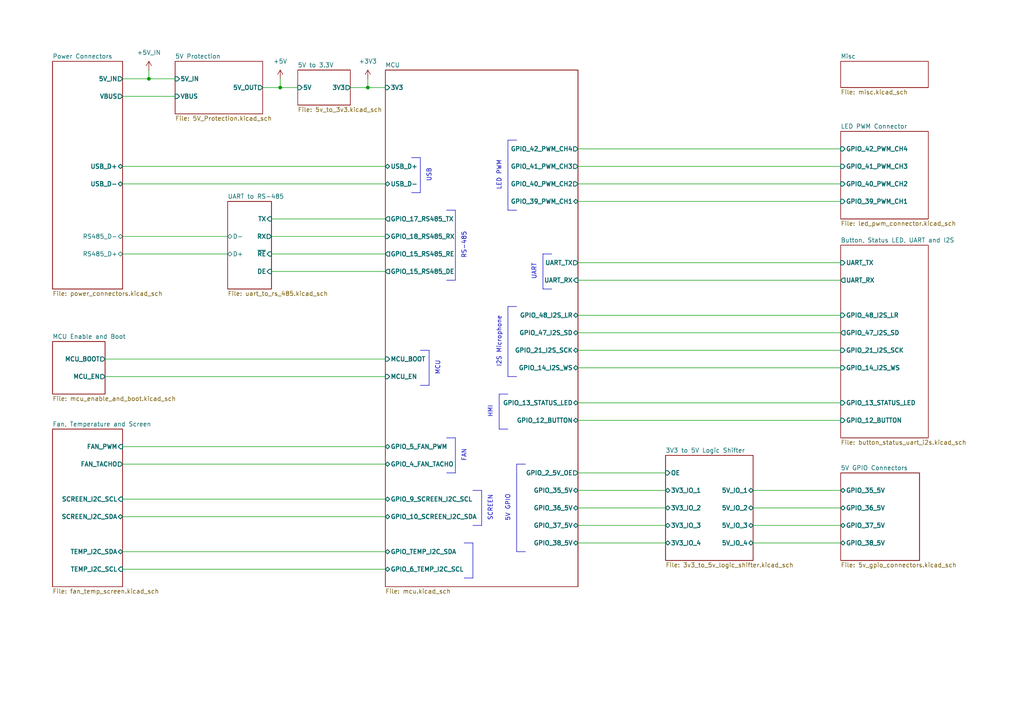
<source format=kicad_sch>
(kicad_sch (version 20231120) (generator "eeschema") (generator_version "8.0")
  (paper "A4")
  (lib_symbols
    (symbol "LiveAstra:+5V_IN" (power) (pin_numbers hide) (pin_names (offset 0) hide)
      (property "Value" "+5V_IN" (at 0 3.556 0))
      (symbol "+5V_IN_0_1"
        (polyline (pts (xy -0.762 1.27) (xy 0 2.54)))
        (polyline (pts (xy 0 0) (xy 0 2.54)))
        (polyline (pts (xy 0 2.54) (xy 0.762 1.27)))
      )
      (symbol "+5V_IN_1_1"
        (pin power_in line (at 0 0 90) (length 0) (name "~") (number "1"))
      )
    )
    (symbol "power:+3V3" (power) (pin_numbers hide) (pin_names (offset 0) hide)
      (property "Value" "+3V3" (at 0 3.556 0))
      (symbol "+3V3_0_1"
        (polyline (pts (xy -0.762 1.27) (xy 0 2.54)))
        (polyline (pts (xy 0 0) (xy 0 2.54)))
        (polyline (pts (xy 0 2.54) (xy 0.762 1.27)))
      )
      (symbol "+3V3_1_1"
        (pin power_in line (at 0 0 90) (length 0) (name "~") (number "1"))
      )
    )
    (symbol "power:+5V" (power) (pin_numbers hide) (pin_names (offset 0) hide)
      (property "Value" "+5V" (at 0 3.556 0))
      (symbol "+5V_0_1"
        (polyline (pts (xy -0.762 1.27) (xy 0 2.54)))
        (polyline (pts (xy 0 0) (xy 0 2.54)))
        (polyline (pts (xy 0 2.54) (xy 0.762 1.27)))
      )
      (symbol "+5V_1_1"
        (pin power_in line (at 0 0 90) (length 0) (name "~") (number "1"))
      )
    )
  )
  (junction (at 106.68 25.4))
  (junction (at 81.28 25.4))
  (junction (at 43.18 22.86))
  (wire (pts (xy 78.74 63.5) (xy 111.76 63.5)))
  (wire (pts (xy 167.64 101.6) (xy 243.84 101.6)))
  (wire (pts (xy 167.64 43.18) (xy 243.84 43.18)))
  (wire (pts (xy 35.56 53.34) (xy 111.76 53.34)))
  (wire (pts (xy 35.56 22.86) (xy 43.18 22.86)))
  (wire (pts (xy 35.56 149.86) (xy 111.76 149.86)))
  (wire (pts (xy 167.64 157.48) (xy 193.04 157.48)))
  (polyline (pts (xy 134.62 167.64) (xy 137.16 167.64)))
  (polyline (pts (xy 132.08 127) (xy 132.08 137.16)))
  (wire (pts (xy 218.44 152.4) (xy 243.84 152.4)))
  (polyline (pts (xy 137.16 142.24) (xy 139.7 142.24)))
  (wire (pts (xy 167.64 152.4) (xy 193.04 152.4)))
  (polyline (pts (xy 121.92 111.76) (xy 124.46 111.76)))
  (wire (pts (xy 78.74 68.58) (xy 111.76 68.58)))
  (polyline (pts (xy 124.46 101.6) (xy 124.46 111.76)))
  (polyline (pts (xy 129.54 60.96) (xy 132.08 60.96)))
  (wire (pts (xy 35.56 27.94) (xy 50.8 27.94)))
  (polyline (pts (xy 147.32 60.96) (xy 149.86 60.96)))
  (polyline (pts (xy 129.54 81.28) (xy 132.08 81.28)))
  (wire (pts (xy 35.56 48.26) (xy 111.76 48.26)))
  (polyline (pts (xy 121.92 45.72) (xy 121.92 55.88)))
  (wire (pts (xy 167.64 58.42) (xy 243.84 58.42)))
  (polyline (pts (xy 147.32 40.64) (xy 149.86 40.64)))
  (polyline (pts (xy 144.78 124.46) (xy 147.32 124.46)))
  (wire (pts (xy 35.56 165.1) (xy 111.76 165.1)))
  (polyline (pts (xy 132.08 60.96) (xy 132.08 81.28)))
  (wire (pts (xy 167.64 53.34) (xy 243.84 53.34)))
  (wire (pts (xy 167.64 48.26) (xy 243.84 48.26)))
  (wire (pts (xy 167.64 81.28) (xy 243.84 81.28)))
  (polyline (pts (xy 137.16 157.48) (xy 137.16 167.64)))
  (wire (pts (xy 78.74 73.66) (xy 111.76 73.66)))
  (polyline (pts (xy 121.92 101.6) (xy 124.46 101.6)))
  (polyline (pts (xy 144.78 114.3) (xy 144.78 124.46)))
  (polyline (pts (xy 157.48 73.66) (xy 157.48 73.66)))
  (wire (pts (xy 43.18 20.32) (xy 43.18 22.86)))
  (wire (pts (xy 30.48 109.22) (xy 111.76 109.22)))
  (wire (pts (xy 35.56 129.54) (xy 111.76 129.54)))
  (polyline (pts (xy 139.7 142.24) (xy 139.7 152.4)))
  (polyline (pts (xy 149.86 134.62) (xy 149.86 160.02)))
  (wire (pts (xy 218.44 142.24) (xy 243.84 142.24)))
  (polyline (pts (xy 134.62 157.48) (xy 137.16 157.48)))
  (polyline (pts (xy 157.48 83.82) (xy 160.02 83.82)))
  (wire (pts (xy 81.28 22.86) (xy 81.28 25.4)))
  (wire (pts (xy 35.56 160.02) (xy 111.76 160.02)))
  (wire (pts (xy 101.6 25.4) (xy 106.68 25.4)))
  (polyline (pts (xy 119.38 45.72) (xy 121.92 45.72)))
  (polyline (pts (xy 144.78 114.3) (xy 147.32 114.3)))
  (wire (pts (xy 218.44 157.48) (xy 243.84 157.48)))
  (wire (pts (xy 30.48 104.14) (xy 111.76 104.14)))
  (wire (pts (xy 43.18 22.86) (xy 50.8 22.86)))
  (wire (pts (xy 167.64 137.16) (xy 193.04 137.16)))
  (polyline (pts (xy 119.38 55.88) (xy 121.92 55.88)))
  (wire (pts (xy 167.64 76.2) (xy 243.84 76.2)))
  (wire (pts (xy 81.28 25.4) (xy 86.36 25.4)))
  (wire (pts (xy 35.56 144.78) (xy 111.76 144.78)))
  (wire (pts (xy 35.56 68.58) (xy 66.04 68.58)))
  (polyline (pts (xy 147.32 40.64) (xy 147.32 60.96)))
  (wire (pts (xy 35.56 73.66) (xy 66.04 73.66)))
  (wire (pts (xy 167.64 106.68) (xy 243.84 106.68)))
  (wire (pts (xy 167.64 96.52) (xy 243.84 96.52)))
  (wire (pts (xy 35.56 134.62) (xy 111.76 134.62)))
  (polyline (pts (xy 137.16 152.4) (xy 139.7 152.4)))
  (wire (pts (xy 167.64 121.92) (xy 243.84 121.92)))
  (wire (pts (xy 167.64 116.84) (xy 243.84 116.84)))
  (polyline (pts (xy 129.54 137.16) (xy 132.08 137.16)))
  (wire (pts (xy 218.44 147.32) (xy 243.84 147.32)))
  (polyline (pts (xy 129.54 127) (xy 132.08 127)))
  (polyline (pts (xy 147.32 109.22) (xy 149.86 109.22)))
  (polyline (pts (xy 147.32 88.9) (xy 147.32 109.22)))
  (wire (pts (xy 78.74 78.74) (xy 111.76 78.74)))
  (wire (pts (xy 106.68 25.4) (xy 111.76 25.4)))
  (wire (pts (xy 106.68 22.86) (xy 106.68 25.4)))
  (wire (pts (xy 167.64 91.44) (xy 243.84 91.44)))
  (polyline (pts (xy 149.86 134.62) (xy 152.4 134.62)))
  (polyline (pts (xy 147.32 88.9) (xy 149.86 88.9)))
  (polyline (pts (xy 157.48 73.66) (xy 157.48 83.82)))
  (polyline (pts (xy 149.86 160.02) (xy 152.4 160.02)))
  (wire (pts (xy 167.64 142.24) (xy 193.04 142.24)))
  (wire (pts (xy 167.64 147.32) (xy 193.04 147.32)))
  (polyline (pts (xy 157.48 73.66) (xy 160.02 73.66)))
  (wire (pts (xy 76.2 25.4) (xy 81.28 25.4)))
  (text "USB" (at 124.46 50.8 90) (effects (font (size 1.27 1.27))))
  (text "FAN" (at 134.62 132.08 90) (effects (font (size 1.27 1.27))))
  (text "LED PWM" (at 144.78 50.8 90) (effects (font (size 1.27 1.27))))
  (text "MCU" (at 127 106.68 90) (effects (font (size 1.27 1.27))))
  (text "I2S Microphone" (at 144.78 99.06 90) (effects (font (size 1.27 1.27))))
  (text "5V GPIO" (at 147.32 147.32 90) (effects (font (size 1.27 1.27))))
  (text "RS-485" (at 134.62 71.12 90) (effects (font (size 1.27 1.27))))
  (text "UART" (at 154.94 78.74 90) (effects (font (size 1.27 1.27))))
  (text "SCREEN" (at 142.24 147.32 90) (effects (font (size 1.27 1.27))))
  (text "HMI" (at 142.24 119.38 90) (effects (font (size 1.27 1.27))))
  (symbol (lib_id "LiveAstra:+5V_IN") (at 43.18 20.32 0) (unit 1)
    (property "Reference" "#PWR01" (effects (hide yes)))
    (property "Value" "+5V_IN" (at 43.18 15.24 0))
    (property "Description" "Power symbol creates a global label with name \"+5V_IN\"" (effects (hide yes)))
  )
  (symbol (lib_id "power:+5V") (at 81.28 22.86 0) (unit 1)
    (property "Reference" "#PWR02" (effects (hide yes)))
    (property "Value" "+5V" (at 81.28 17.78 0))
    (property "Description" "Power symbol creates a global label with name \"+5V\"" (effects (hide yes)))
  )
  (symbol (lib_id "power:+3V3") (at 106.68 22.86 0) (unit 1)
    (property "Reference" "#PWR03" (effects (hide yes)))
    (property "Value" "+3V3" (at 106.68 17.78 0))
    (property "Description" "Power symbol creates a global label with name \"+3V3\"" (effects (hide yes)))
  )
  (sheet (at 193.04 132.08) (size 25.4 30.48) (stroke (width 0.1524))
    (property "Sheetname" "3V3 to 5V Logic Shifter" (at 193.04 131.3684 0) (effects (justify left bottom)))
    (property "Sheetfile" "3v3_to_5v_logic_shifter.kicad_sch" (at 193.04 163.1446 0) (effects (justify left top)))
    (pin "OE" input (at 193.04 137.16 180) (effects (font (thickness 0.254) (bold yes))))
    (pin "3V3_IO_1" bidirectional (at 193.04 142.24 180) (effects (font (thickness 0.254) (bold yes))))
    (pin "3V3_IO_2" bidirectional (at 193.04 147.32 180) (effects (font (thickness 0.254) (bold yes))))
    (pin "3V3_IO_3" bidirectional (at 193.04 152.4 180) (effects (font (thickness 0.254) (bold yes))))
    (pin "3V3_IO_4" bidirectional (at 193.04 157.48 180) (effects (font (thickness 0.254) (bold yes))))
    (pin "5V_IO_1" bidirectional (at 218.44 142.24 0) (effects (font (thickness 0.254) (bold yes))))
    (pin "5V_IO_3" bidirectional (at 218.44 152.4 0) (effects (font (thickness 0.254) (bold yes))))
    (pin "5V_IO_2" bidirectional (at 218.44 147.32 0) (effects (font (thickness 0.254) (bold yes))))
    (pin "5V_IO_4" bidirectional (at 218.44 157.48 0) (effects (font (thickness 0.254) (bold yes))))
  )
  (sheet (at 86.36 20.32) (size 15.24 10.16) (stroke (width 0.1524))
    (property "Sheetname" "5V to 3.3V" (at 86.36 19.6084 0) (effects (justify left bottom)))
    (property "Sheetfile" "5v_to_3v3.kicad_sch" (at 86.36 31.0646 0) (effects (justify left top)))
    (pin "3V3" output (at 101.6 25.4 0) (effects (font (thickness 0.254) (bold yes))))
    (pin "5V" input (at 86.36 25.4 180) (effects (font (thickness 0.254) (bold yes))))
  )
  (sheet (at 111.76 20.32) (size 55.88 149.86) (stroke (width 0.1524))
    (property "Sheetname" "MCU" (at 111.76 19.6084 0) (effects (justify left bottom)))
    (property "Sheetfile" "mcu.kicad_sch" (at 111.76 170.7646 0) (effects (justify left top)))
    (pin "3V3" input (at 111.76 25.4 180) (effects (font (thickness 0.254) (bold yes))))
    (pin "MCU_EN" input (at 111.76 109.22 180) (effects (font (thickness 0.254) (bold yes))))
    (pin "MCU_BOOT" input (at 111.76 104.14 180) (effects (font (thickness 0.254) (bold yes))))
    (pin "GPIO_6_TEMP_I2C_SCL" bidirectional (at 111.76 165.1 180) (effects (font (thickness 0.254) (bold yes))))
    (pin "GPIO_5_FAN_PWM" bidirectional (at 111.76 129.54 180) (effects (font (thickness 0.254) (bold yes))))
    (pin "GPIO_4_FAN_TACHO" bidirectional (at 111.76 134.62 180) (effects (font (thickness 0.254) (bold yes))))
    (pin "GPIO_15_RS485_RE" output (at 111.76 73.66 180) (effects (font (thickness 0.254) (bold yes))))
    (pin "GPIO_15_RS485_DE" output (at 111.76 78.74 180) (effects (font (thickness 0.254) (bold yes))))
    (pin "GPIO_TEMP_I2C_SDA" bidirectional (at 111.76 160.02 180) (effects (font (thickness 0.254) (bold yes))))
    (pin "GPIO_9_SCREEN_I2C_SCL" bidirectional (at 111.76 144.78 180) (effects (font (thickness 0.254) (bold yes))))
    (pin "GPIO_10_SCREEN_I2C_SDA" bidirectional (at 111.76 149.86 180) (effects (font (thickness 0.254) (bold yes))))
    (pin "USB_D-" bidirectional (at 111.76 53.34 180) (effects (font (thickness 0.254) (bold yes))))
    (pin "USB_D+" bidirectional (at 111.76 48.26 180) (effects (font (thickness 0.254) (bold yes))))
    (pin "GPIO_17_RS485_TX" output (at 111.76 63.5 180) (effects (font (thickness 0.254) (bold yes))))
    (pin "GPIO_18_RS485_RX" input (at 111.76 68.58 180) (effects (font (thickness 0.254) (bold yes))))
    (pin "GPIO_48_I2S_LR" bidirectional (at 167.64 91.44 0) (effects (font (thickness 0.254) (bold yes))))
    (pin "GPIO_12_BUTTON" bidirectional (at 167.64 121.92 0) (effects (font (thickness 0.254) (bold yes))))
    (pin "GPIO_13_STATUS_LED" bidirectional (at 167.64 116.84 0) (effects (font (thickness 0.254) (bold yes))))
    (pin "GPIO_47_I2S_SD" bidirectional (at 167.64 96.52 0) (effects (font (thickness 0.254) (bold yes))))
    (pin "GPIO_21_I2S_SCK" bidirectional (at 167.64 101.6 0) (effects (font (thickness 0.254) (bold yes))))
    (pin "GPIO_14_I2S_WS" bidirectional (at 167.64 106.68 0) (effects (font (thickness 0.254) (bold yes))))
    (pin "GPIO_38_5V" bidirectional (at 167.64 157.48 0) (effects (font (thickness 0.254) (bold yes))))
    (pin "GPIO_37_5V" bidirectional (at 167.64 152.4 0) (effects (font (thickness 0.254) (bold yes))))
    (pin "GPIO_36_5V" bidirectional (at 167.64 147.32 0) (effects (font (thickness 0.254) (bold yes))))
    (pin "GPIO_35_5V" bidirectional (at 167.64 142.24 0) (effects (font (thickness 0.254) (bold yes))))
    (pin "GPIO_2_5V_OE" output (at 167.64 137.16 0) (effects (font (thickness 0.254) (bold yes))))
    (pin "UART_TX" output (at 167.64 76.2 0) (effects (font (thickness 0.254) (bold yes))))
    (pin "UART_RX" input (at 167.64 81.28 0) (effects (font (thickness 0.254) (bold yes))))
    (pin "GPIO_39_PWM_CH1" bidirectional (at 167.64 58.42 0) (effects (font (thickness 0.254) (bold yes))))
    (pin "GPIO_40_PWM_CH2" output (at 167.64 53.34 0) (effects (font (thickness 0.254) (bold yes))))
    (pin "GPIO_41_PWM_CH3" output (at 167.64 48.26 0) (effects (font (thickness 0.254) (bold yes))))
    (pin "GPIO_42_PWM_CH4" output (at 167.64 43.18 0) (effects (font (thickness 0.254) (bold yes))))
  )
  (sheet (at 243.84 71.12) (size 25.4 55.88) (stroke (width 0.1524))
    (property "Sheetname" "Button, Status LED, UART and I2S" (at 243.84 70.4084 0) (effects (justify left bottom)))
    (property "Sheetfile" "button_status_uart_i2s.kicad_sch" (at 243.84 127.5846 0) (effects (justify left top)))
    (pin "GPIO_14_I2S_WS" input (at 243.84 106.68 180) (effects (font (thickness 0.254) (bold yes))))
    (pin "GPIO_48_I2S_LR" input (at 243.84 91.44 180) (effects (font (thickness 0.254) (bold yes))))
    (pin "GPIO_21_I2S_SCK" input (at 243.84 101.6 180) (effects (font (thickness 0.254) (bold yes))))
    (pin "GPIO_47_I2S_SD" output (at 243.84 96.52 180) (effects (font (thickness 0.254) (bold yes))))
    (pin "GPIO_13_STATUS_LED" input (at 243.84 116.84 180) (effects (font (thickness 0.254) (bold yes))))
    (pin "GPIO_12_BUTTON" input (at 243.84 121.92 180) (effects (font (thickness 0.254) (bold yes))))
    (pin "UART_TX" input (at 243.84 76.2 180) (effects (font (thickness 0.254) (bold yes))))
    (pin "UART_RX" output (at 243.84 81.28 180) (effects (font (thickness 0.254) (bold yes))))
  )
  (sheet (at 66.04 58.42) (size 12.7 25.4) (stroke (width 0.1524))
    (property "Sheetname" "UART to RS-485" (at 66.04 57.7084 0) (effects (justify left bottom)))
    (property "Sheetfile" "uart_to_rs_485.kicad_sch" (at 66.04 84.4046 0) (effects (justify left top)))
    (pin "DE" input (at 78.74 78.74 0) (effects (font (thickness 0.254) (bold yes))))
    (pin "TX" input (at 78.74 63.5 0) (effects (font (thickness 0.254) (bold yes))))
    (pin "RX" output (at 78.74 68.58 0) (effects (font (thickness 0.254) (bold yes))))
    (pin "~{RE}" input (at 78.74 73.66 0) (effects (font (thickness 0.254) (bold yes))))
    (pin "D-" bidirectional (at 66.04 68.58 180))
    (pin "D+" bidirectional (at 66.04 73.66 180))
  )
  (sheet (at 243.84 137.16) (size 22.86 25.4) (stroke (width 0.1524))
    (property "Sheetname" "5V GPIO Connectors" (at 243.84 136.4484 0) (effects (justify left bottom)))
    (property "Sheetfile" "5v_gpio_connectors.kicad_sch" (at 243.84 163.1446 0) (effects (justify left top)))
    (pin "GPIO_35_5V" bidirectional (at 243.84 142.24 180) (effects (font (thickness 0.254) (bold yes))))
    (pin "GPIO_36_5V" bidirectional (at 243.84 147.32 180) (effects (font (thickness 0.254) (bold yes))))
    (pin "GPIO_37_5V" bidirectional (at 243.84 152.4 180) (effects (font (thickness 0.254) (bold yes))))
    (pin "GPIO_38_5V" bidirectional (at 243.84 157.48 180) (effects (font (thickness 0.254) (bold yes))))
  )
  (sheet (at 15.24 124.46) (size 20.32 45.72) (stroke (width 0.1524))
    (property "Sheetname" "Fan, Temperature and Screen" (at 15.24 123.7484 0) (effects (justify left bottom)))
    (property "Sheetfile" "fan_temp_screen.kicad_sch" (at 15.24 170.7646 0) (effects (justify left top)))
    (pin "SCREEN_I2C_SDA" bidirectional (at 35.56 149.86 0) (effects (font (thickness 0.254) (bold yes))))
    (pin "FAN_TACHO" output (at 35.56 134.62 0) (effects (font (thickness 0.254) (bold yes))))
    (pin "TEMP_I2C_SDA" bidirectional (at 35.56 160.02 0) (effects (font (thickness 0.254) (bold yes))))
    (pin "SCREEN_I2C_SCL" input (at 35.56 144.78 0) (effects (font (thickness 0.254) (bold yes))))
    (pin "TEMP_I2C_SCL" input (at 35.56 165.1 0) (effects (font (thickness 0.254) (bold yes))))
    (pin "FAN_PWM" input (at 35.56 129.54 0) (effects (font (thickness 0.254) (bold yes))))
  )
  (sheet (at 15.24 99.06) (size 15.24 15.24) (stroke (width 0.1524))
    (property "Sheetname" "MCU Enable and Boot" (at 15.24 98.3484 0) (effects (justify left bottom)))
    (property "Sheetfile" "mcu_enable_and_boot.kicad_sch" (at 15.24 114.8846 0) (effects (justify left top)))
    (pin "MCU_EN" output (at 30.48 109.22 0) (effects (font (thickness 0.254) (bold yes))))
    (pin "MCU_BOOT" output (at 30.48 104.14 0) (effects (font (thickness 0.254) (bold yes))))
  )
  (sheet (at 15.24 17.78) (size 20.32 66.04) (stroke (width 0.1524))
    (property "Sheetname" "Power Connectors" (at 15.24 17.0684 0) (effects (justify left bottom)))
    (property "Sheetfile" "power_connectors.kicad_sch" (at 15.24 84.4046 0) (effects (justify left top)))
    (pin "5V_IN" output (at 35.56 22.86 0) (effects (font (thickness 0.254) (bold yes))))
    (pin "VBUS" output (at 35.56 27.94 0) (effects (font (thickness 0.254) (bold yes))))
    (pin "USB_D-" bidirectional (at 35.56 53.34 0) (effects (font (thickness 0.254) (bold yes))))
    (pin "USB_D+" bidirectional (at 35.56 48.26 0) (effects (font (thickness 0.254) (bold yes))))
    (pin "RS485_D+" bidirectional (at 35.56 73.66 0))
    (pin "RS485_D-" bidirectional (at 35.56 68.58 0))
  )
  (sheet (at 50.8 17.78) (size 25.4 15.24) (stroke (width 0.1524))
    (property "Sheetname" "5V Protection" (at 50.8 17.0684 0) (effects (justify left bottom)))
    (property "Sheetfile" "5V_Protection.kicad_sch" (at 50.8 33.6046 0) (effects (justify left top)))
    (pin "5V_IN" input (at 50.8 22.86 180) (effects (font (thickness 0.254) (bold yes))))
    (pin "5V_OUT" output (at 76.2 25.4 0) (effects (font (thickness 0.254) (bold yes))))
    (pin "VBUS" input (at 50.8 27.94 180) (effects (font (thickness 0.254) (bold yes))))
  )
  (sheet (at 243.84 38.1) (size 25.4 25.4) (stroke (width 0.1524))
    (property "Sheetname" "LED PWM Connector" (at 243.84 37.3884 0) (effects (justify left bottom)))
    (property "Sheetfile" "led_pwm_connector.kicad_sch" (at 243.84 64.0846 0) (effects (justify left top)))
    (pin "GPIO_42_PWM_CH4" input (at 243.84 43.18 180) (effects (font (thickness 0.254) (bold yes))))
    (pin "GPIO_41_PWM_CH3" input (at 243.84 48.26 180) (effects (font (thickness 0.254) (bold yes))))
    (pin "GPIO_40_PWM_CH2" input (at 243.84 53.34 180) (effects (font (thickness 0.254) (bold yes))))
    (pin "GPIO_39_PWM_CH1" input (at 243.84 58.42 180) (effects (font (thickness 0.254) (bold yes))))
  )
  (sheet (at 243.84 17.78) (size 25.4 7.62) (stroke (width 0.1524))
    (property "Sheetname" "Misc" (at 243.84 17.0684 0) (effects (justify left bottom)))
    (property "Sheetfile" "misc.kicad_sch" (at 243.84 25.9846 0) (effects (justify left top)))
  )
)
</source>
